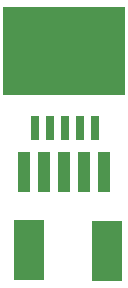
<source format=gtp>
G04 Layer_Color=8421504*
%FSLAX44Y44*%
%MOMM*%
G71*
G01*
G75*
%ADD11R,10.3630X7.4770*%
%ADD12R,1.0000X3.5000*%
%ADD13R,7.0000X5.8500*%
%ADD14R,0.7600X2.0000*%
%ADD15R,2.5000X5.0800*%
D11*
X668315Y1260224D02*
D03*
D12*
Y1158109D02*
D03*
X651295D02*
D03*
X634275D02*
D03*
X685335D02*
D03*
X702355D02*
D03*
D13*
X668850Y1262750D02*
D03*
D14*
X668600Y1195000D02*
D03*
X681550D02*
D03*
X694250D02*
D03*
X656150D02*
D03*
X643450D02*
D03*
D15*
X638180Y1092030D02*
D03*
X704220Y1090760D02*
D03*
M02*

</source>
